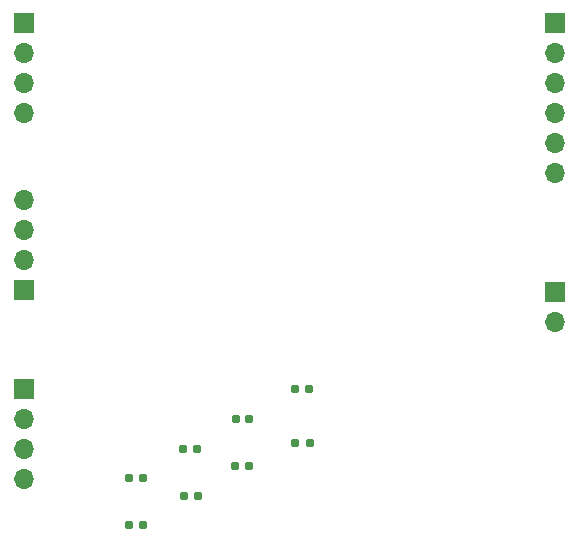
<source format=gbr>
%TF.GenerationSoftware,KiCad,Pcbnew,8.0.8*%
%TF.CreationDate,2025-02-10T02:06:15-08:00*%
%TF.ProjectId,514_FinalProject,3531345f-4669-46e6-916c-50726f6a6563,rev?*%
%TF.SameCoordinates,Original*%
%TF.FileFunction,Soldermask,Top*%
%TF.FilePolarity,Negative*%
%FSLAX46Y46*%
G04 Gerber Fmt 4.6, Leading zero omitted, Abs format (unit mm)*
G04 Created by KiCad (PCBNEW 8.0.8) date 2025-02-10 02:06:15*
%MOMM*%
%LPD*%
G01*
G04 APERTURE LIST*
G04 Aperture macros list*
%AMRoundRect*
0 Rectangle with rounded corners*
0 $1 Rounding radius*
0 $2 $3 $4 $5 $6 $7 $8 $9 X,Y pos of 4 corners*
0 Add a 4 corners polygon primitive as box body*
4,1,4,$2,$3,$4,$5,$6,$7,$8,$9,$2,$3,0*
0 Add four circle primitives for the rounded corners*
1,1,$1+$1,$2,$3*
1,1,$1+$1,$4,$5*
1,1,$1+$1,$6,$7*
1,1,$1+$1,$8,$9*
0 Add four rect primitives between the rounded corners*
20,1,$1+$1,$2,$3,$4,$5,0*
20,1,$1+$1,$4,$5,$6,$7,0*
20,1,$1+$1,$6,$7,$8,$9,0*
20,1,$1+$1,$8,$9,$2,$3,0*%
G04 Aperture macros list end*
%ADD10RoundRect,0.155000X0.212500X0.155000X-0.212500X0.155000X-0.212500X-0.155000X0.212500X-0.155000X0*%
%ADD11R,1.700000X1.700000*%
%ADD12O,1.700000X1.700000*%
%ADD13RoundRect,0.160000X-0.197500X-0.160000X0.197500X-0.160000X0.197500X0.160000X-0.197500X0.160000X0*%
G04 APERTURE END LIST*
D10*
%TO.C,C4*%
X126135000Y-83000000D03*
X125000000Y-83000000D03*
%TD*%
%TO.C,C1*%
X112067500Y-90500000D03*
X110932500Y-90500000D03*
%TD*%
D11*
%TO.C,J4*%
X147000000Y-51960000D03*
D12*
X147000000Y-54500000D03*
X147000000Y-57040000D03*
X147000000Y-59580000D03*
X147000000Y-62120000D03*
X147000000Y-64660000D03*
%TD*%
D10*
%TO.C,C3*%
X121067500Y-85500000D03*
X119932500Y-85500000D03*
%TD*%
D13*
%TO.C,R1*%
X110902500Y-94500000D03*
X112097500Y-94500000D03*
%TD*%
%TO.C,R3*%
X119902500Y-89500000D03*
X121097500Y-89500000D03*
%TD*%
%TO.C,R2*%
X115567500Y-92000000D03*
X116762500Y-92000000D03*
%TD*%
D11*
%TO.C,J3*%
X102000000Y-74540000D03*
D12*
X102000000Y-72000000D03*
X102000000Y-69460000D03*
X102000000Y-66920000D03*
%TD*%
D11*
%TO.C,J5*%
X147000000Y-74725000D03*
D12*
X147000000Y-77265000D03*
%TD*%
D13*
%TO.C,R4*%
X125000000Y-87500000D03*
X126195000Y-87500000D03*
%TD*%
D11*
%TO.C,J1*%
X102000000Y-51960000D03*
D12*
X102000000Y-54500000D03*
X102000000Y-57040000D03*
X102000000Y-59580000D03*
%TD*%
D10*
%TO.C,C2*%
X116635000Y-88000000D03*
X115500000Y-88000000D03*
%TD*%
D11*
%TO.C,J2*%
X102000000Y-82960000D03*
D12*
X102000000Y-85500000D03*
X102000000Y-88040000D03*
X102000000Y-90580000D03*
%TD*%
M02*

</source>
